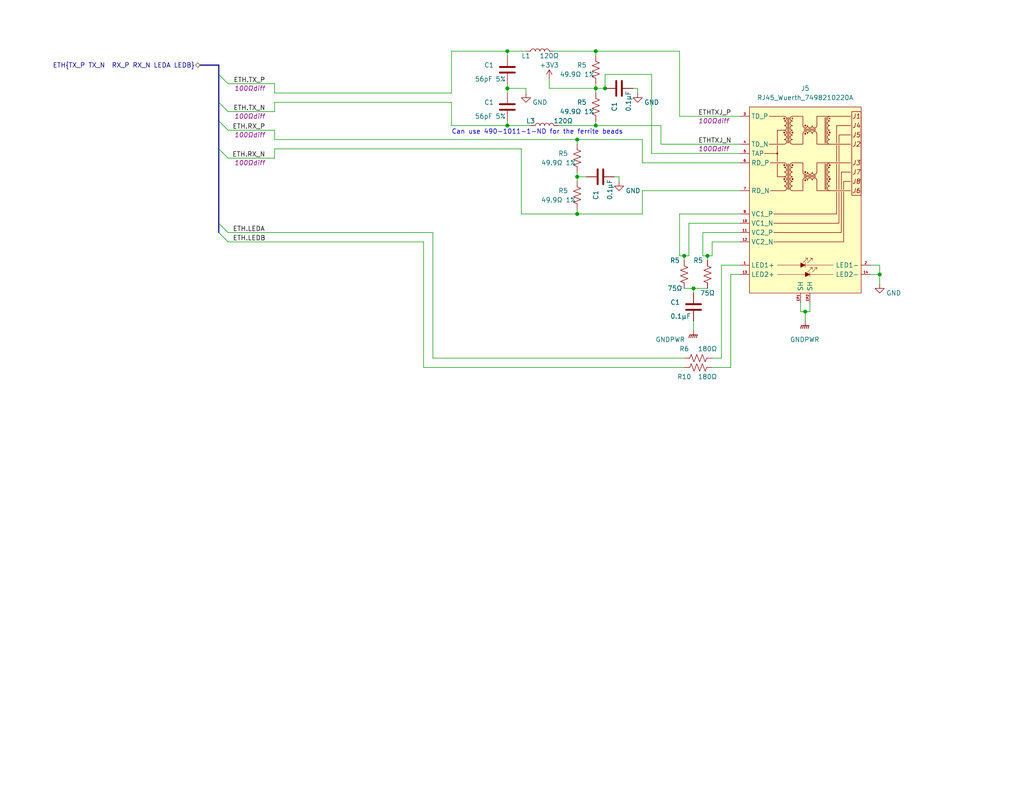
<source format=kicad_sch>
(kicad_sch (version 20230121) (generator eeschema)
  (paper "USLetter")
  (title_block (title "FOXSI-4 Plenum Board") (rev "1") (company "University of Minnesota") (comment 1 "Author: Thanasi Pantazides, panta013@umn.edu"))
  (lib_symbols
    (symbol "Connector:RJ45_Wuerth_7498210220A"
      (property "Reference" "J" (at -13.335 1.5875 0))
      (property "Value" "RJ45_Wuerth_7498210220A" (at 1.905 1.5875 0))
      (symbol "RJ45_Wuerth_7498210220A_0_0"
        (polyline (pts (xy 8.5725 -22.5425) (xy 8.5725 -15.5575)))
        (polyline (pts (xy 8.5725 -14.9225) (xy 8.5725 -10.4775)))
        (polyline (pts (xy 9.2075 -15.5575) (xy 9.2075 -22.5425)))
        (polyline (pts (xy 9.2075 -14.9225) (xy 9.2075 -10.4775)))
        (polyline (pts (xy 9.525 -22.86) (xy 12.3825 -22.86)))
        (polyline (pts (xy 9.525 -15.24) (xy 12.3825 -15.24)))
        (polyline (pts (xy 9.525 -10.16) (xy 12.3825 -10.16)))
        (polyline (pts (xy 9.525 -2.54) (xy 12.3825 -2.54)))
        (polyline (pts (xy -8.5725 -36.83) (xy 10.4775 -36.83) (xy 10.4775 -23.1775)))
        (polyline (pts (xy -8.5725 -34.29) (xy 9.8425 -34.29) (xy 9.8425 -23.1775)))
        (polyline (pts (xy -8.5725 -29.21) (xy 8.5725 -29.21) (xy 8.5725 -23.1775)))
        (polyline (pts (xy 8.5725 -9.8425) (xy 8.5725 -5.08) (xy 12.3825 -5.08)))
        (polyline (pts (xy 9.2075 -23.1775) (xy 9.2075 -31.75) (xy -8.5725 -31.75)))
        (polyline (pts (xy 9.2075 -9.8425) (xy 9.2075 -7.62) (xy 12.3825 -7.62)))
        (polyline (pts (xy 9.8425 -22.5425) (xy 9.8425 -17.78) (xy 12.3825 -17.78)))
        (polyline (pts (xy 12.3825 -20.32) (xy 10.4775 -20.32) (xy 10.4775 -22.5425)))
        (text "J1" (at 13.97 -2.54 0) (effects (font (size 1.27 1.27) italic)))
        (text "J2" (at 13.97 -10.16 0) (effects (font (size 1.27 1.27) italic)))
        (text "J3" (at 13.97 -15.24 0) (effects (font (size 1.27 1.27) italic)))
        (text "J4" (at 13.97 -5.08 0) (effects (font (size 1.27 1.27) italic)))
        (text "J5" (at 13.97 -7.62 0) (effects (font (size 1.27 1.27) italic)))
        (text "J6" (at 13.97 -22.86 0) (effects (font (size 1.27 1.27) italic)))
        (text "J7" (at 13.97 -17.78 0) (effects (font (size 1.27 1.27) italic)))
        (text "J8" (at 13.97 -20.32 0) (effects (font (size 1.27 1.27) italic)))
      )
      (symbol "RJ45_Wuerth_7498210220A_0_1"
        (rectangle (start -15.24 0) (end 15.24 -50.8) (fill (type background)))
        (circle (center -7.62 -12.7) (radius 0.0001) (stroke (width 0.5)) (fill (type outline)))
        (arc (start -5.715 -22.86) (mid -5.266 -22.674) (end -5.08 -22.225))
        (arc (start -5.715 -21.59) (mid -5.266 -21.404) (end -5.08 -20.955))
        (arc (start -5.715 -20.32) (mid -5.266 -20.134) (end -5.08 -19.685))
        (circle (center -5.715 -19.685) (radius 0.0001) (stroke (width 0.5)) (fill (type outline)))
        (arc (start -5.715 -19.05) (mid -5.266 -18.864) (end -5.08 -18.415))
        (arc (start -5.715 -17.78) (mid -5.266 -17.594) (end -5.08 -17.145))
        (arc (start -5.715 -16.51) (mid -5.266 -16.324) (end -5.08 -15.875))
        (circle (center -5.715 -15.875) (radius 0.0001) (stroke (width 0.5)) (fill (type outline)))
        (arc (start -5.715 -10.16) (mid -5.266 -9.974) (end -5.08 -9.525))
        (arc (start -5.715 -8.89) (mid -5.266 -8.704) (end -5.08 -8.255))
        (arc (start -5.715 -7.62) (mid -5.266 -7.434) (end -5.08 -6.985))
        (circle (center -5.715 -6.985) (radius 0.0001) (stroke (width 0.5)) (fill (type outline)))
        (arc (start -5.715 -6.35) (mid -5.266 -6.164) (end -5.08 -5.715))
        (arc (start -5.715 -5.08) (mid -5.266 -4.894) (end -5.08 -4.445))
        (arc (start -5.715 -3.81) (mid -5.266 -3.624) (end -5.08 -3.175))
        (circle (center -5.715 -3.175) (radius 0.0001) (stroke (width 0.5)) (fill (type outline)))
        (arc (start -5.08 -22.225) (mid -5.266 -21.776) (end -5.715 -21.59))
        (arc (start -5.08 -20.955) (mid -5.266 -20.506) (end -5.715 -20.32))
        (arc (start -5.08 -19.685) (mid -5.266 -19.236) (end -5.715 -19.05))
        (arc (start -5.08 -18.415) (mid -5.266 -17.966) (end -5.715 -17.78))
        (arc (start -5.08 -17.145) (mid -5.266 -16.696) (end -5.715 -16.51))
        (arc (start -5.08 -15.875) (mid -5.266 -15.426) (end -5.715 -15.24))
        (arc (start -5.08 -9.525) (mid -5.266 -9.076) (end -5.715 -8.89))
        (arc (start -5.08 -8.255) (mid -5.266 -7.806) (end -5.715 -7.62))
        (arc (start -5.08 -6.985) (mid -5.266 -6.536) (end -5.715 -6.35))
        (arc (start -5.08 -5.715) (mid -5.266 -5.266) (end -5.715 -5.08))
        (arc (start -5.08 -4.445) (mid -5.266 -3.996) (end -5.715 -3.81))
        (arc (start -5.08 -3.175) (mid -5.266 -2.726) (end -5.715 -2.54))
        (arc (start -4.1275 -22.225) (mid -3.9415 -22.674) (end -3.4925 -22.86))
        (arc (start -4.1275 -20.955) (mid -3.9415 -21.404) (end -3.4925 -21.59))
        (arc (start -4.1275 -19.685) (mid -3.9415 -20.134) (end -3.4925 -20.32))
        (arc (start -4.1275 -18.415) (mid -3.9415 -18.864) (end -3.4925 -19.05))
        (arc (start -4.1275 -17.145) (mid -3.9415 -17.594) (end -3.4925 -17.78))
        (arc (start -4.1275 -15.875) (mid -3.9415 -16.324) (end -3.4925 -16.51))
        (arc (start -4.1275 -9.525) (mid -3.9415 -9.974) (end -3.4925 -10.16))
        (arc (start -4.1275 -8.255) (mid -3.9415 -8.704) (end -3.4925 -8.89))
        (arc (start -4.1275 -6.985) (mid -3.9415 -7.434) (end -3.4925 -7.62))
        (arc (start -4.1275 -5.715) (mid -3.9415 -6.164) (end -3.4925 -6.35))
        (arc (start -4.1275 -4.445) (mid -3.9415 -4.894) (end -3.4925 -5.08))
        (arc (start -4.1275 -3.175) (mid -3.9415 -3.624) (end -3.4925 -3.81))
        (arc (start -3.4925 -21.59) (mid -3.9415 -21.776) (end -4.1275 -22.225))
        (arc (start -3.4925 -20.32) (mid -3.9415 -20.506) (end -4.1275 -20.955))
        (circle (center -3.4925 -19.685) (radius 0.0001) (stroke (width 0.5)) (fill (type outline)))
        (arc (start -3.4925 -19.05) (mid -3.9415 -19.236) (end -4.1275 -19.685))
        (arc (start -3.4925 -17.78) (mid -3.9415 -17.966) (end -4.1275 -18.415))
        (arc (start -3.4925 -16.51) (mid -3.9415 -16.696) (end -4.1275 -17.145))
        (circle (center -3.4925 -15.875) (radius 0.0001) (stroke (width 0.5)) (fill (type outline)))
        (arc (start -3.4925 -15.24) (mid -3.9409 -15.4266) (end -4.1275 -15.875))
        (arc (start -3.4925 -8.89) (mid -3.9415 -9.076) (end -4.1275 -9.525))
        (arc (start -3.4925 -7.62) (mid -3.9415 -7.806) (end -4.1275 -8.255))
        (circle (center -3.4925 -6.985) (radius 0.0001) (stroke (width 0.5)) (fill (type outline)))
        (arc (start -3.4925 -6.35) (mid -3.9415 -6.536) (end -4.1275 -6.985))
        (arc (start -3.4925 -5.08) (mid -3.9415 -5.266) (end -4.1275 -5.715))
        (arc (start -3.4925 -3.81) (mid -3.9415 -3.996) (end -4.1275 -4.445))
        (circle (center -3.4925 -3.175) (radius 0.0001) (stroke (width 0.5)) (fill (type outline)))
        (arc (start -3.4925 -2.54) (mid -3.9415 -2.726) (end -4.1275 -3.175))
        (arc (start -0.635 -17.78) (mid -0.449 -18.229) (end 0 -18.415))
        (arc (start -0.635 -5.08) (mid -0.449 -5.529) (end 0 -5.715))
        (circle (center 0 -20.0025) (radius 0.0001) (stroke (width 0.5)) (fill (type outline)))
        (arc (start 0 -19.3674) (mid -0.449 -19.5534) (end -0.635 -20.0024))
        (arc (start 0 -18.415) (mid 0.449 -18.229) (end 0.635 -17.78))
        (circle (center 0 -17.78) (radius 0.0001) (stroke (width 0.5)) (fill (type outline)))
        (circle (center 0 -7.3025) (radius 0.0001) (stroke (width 0.5)) (fill (type outline)))
        (arc (start 0 -6.6674) (mid -0.449 -6.8534) (end -0.635 -7.3024))
        (arc (start 0 -5.715) (mid 0.449 -5.529) (end 0.635 -5.08))
        (circle (center 0 -5.08) (radius 0.0001) (stroke (width 0.5)) (fill (type outline)))
        (polyline (pts (xy -7.62 -45.72) (xy 7.62 -45.72)) (stroke (width 0.1)))
        (polyline (pts (xy -7.62 -43.18) (xy 7.62 -43.18)) (stroke (width 0.1)))
        (polyline (pts (xy -7.62 -12.7) (xy -11.1125 -12.7)))
        (polyline (pts (xy -7.62 -10.4775) (xy -7.62 -14.9225)))
        (polyline (pts (xy -5.715 -22.86) (xy -9.525 -22.86)))
        (polyline (pts (xy -5.715 -15.24) (xy -9.525 -15.24)))
        (polyline (pts (xy -5.715 -10.16) (xy -9.8425 -10.16)))
        (polyline (pts (xy -5.715 -2.54) (xy -9.8425 -2.54)))
        (polyline (pts (xy -4.7625 -15.5575) (xy -4.7625 -22.5425)))
        (polyline (pts (xy -4.7625 -2.8575) (xy -4.7625 -9.8425)))
        (polyline (pts (xy -4.445 -15.5575) (xy -4.445 -22.5425)))
        (polyline (pts (xy -4.445 -2.8575) (xy -4.445 -9.8425)))
        (polyline (pts (xy -0.635 -42.545) (xy 0.635 -41.275)) (stroke (width 0.1)))
        (polyline (pts (xy -0.3175 -19.05) (xy 2.8575 -19.05)))
        (polyline (pts (xy -0.3175 -18.7325) (xy 2.8575 -18.7325)))
        (polyline (pts (xy -0.3175 -6.35) (xy 2.8575 -6.35)))
        (polyline (pts (xy -0.3175 -6.0325) (xy 2.8575 -6.0325)))
        (polyline (pts (xy 0 -42.545) (xy 0 -43.815)) (stroke (width 0.1)))
        (polyline (pts (xy 0.635 -45.085) (xy 1.905 -43.815)) (stroke (width 0.1)))
        (polyline (pts (xy 0.635 -42.545) (xy 1.905 -41.275)) (stroke (width 0.1)))
        (polyline (pts (xy 0.635 -41.275) (xy 0 -41.275)) (stroke (width 0.1)))
        (polyline (pts (xy 0.635 -41.275) (xy 0.635 -41.91)) (stroke (width 0.1)))
        (polyline (pts (xy 1.27 -45.085) (xy 1.27 -46.355)) (stroke (width 0.1)))
        (polyline (pts (xy 1.905 -45.085) (xy 3.175 -43.815)) (stroke (width 0.1)))
        (polyline (pts (xy 1.905 -43.815) (xy 1.27 -43.815)) (stroke (width 0.1)))
        (polyline (pts (xy 1.905 -43.815) (xy 1.905 -44.45)) (stroke (width 0.1)))
        (polyline (pts (xy 1.905 -41.275) (xy 1.27 -41.275)) (stroke (width 0.1)))
        (polyline (pts (xy 1.905 -41.275) (xy 1.905 -41.91)) (stroke (width 0.1)))
        (polyline (pts (xy 3.175 -43.815) (xy 2.54 -43.815)) (stroke (width 0.1)))
        (polyline (pts (xy 3.175 -43.815) (xy 3.175 -44.45)) (stroke (width 0.1)))
        (polyline (pts (xy 5.3975 -15.5575) (xy 5.3975 -22.5425)))
        (polyline (pts (xy 5.3975 -2.8575) (xy 5.3975 -9.8425)))
        (polyline (pts (xy 5.715 -15.5575) (xy 5.715 -22.5425)))
        (polyline (pts (xy 5.715 -2.8575) (xy 5.715 -9.8425)))
        (polyline (pts (xy -5.588 -19.05) (xy -7.62 -19.05) (xy -7.62 -15.5575)))
        (polyline (pts (xy -5.588 -6.35) (xy -7.62 -6.35) (xy -7.62 -9.906)))
        (polyline (pts (xy -3.4925 -15.24) (xy -0.635 -15.24) (xy -0.635 -17.78)))
        (polyline (pts (xy -3.4925 -2.54) (xy -0.635 -2.54) (xy -0.635 -5.08)))
        (polyline (pts (xy -0.635 -20.0025) (xy -0.635 -22.86) (xy -3.4925 -22.86)))
        (polyline (pts (xy -0.635 -7.3025) (xy -0.635 -10.16) (xy -3.4925 -10.16)))
        (polyline (pts (xy 3.175 -20.0025) (xy 3.175 -22.86) (xy 9.525 -22.86)))
        (polyline (pts (xy 3.175 -17.78) (xy 3.175 -15.24) (xy 9.525 -15.24)))
        (polyline (pts (xy 3.175 -7.3025) (xy 3.175 -10.16) (xy 9.525 -10.16)))
        (polyline (pts (xy 3.175 -5.08) (xy 3.175 -2.54) (xy 9.525 -2.54)))
        (polyline (pts (xy -1.27 -42.545) (xy -1.27 -43.815) (xy 0 -43.18) (xy -1.27 -42.545)) (stroke (width 0.1)) (fill (type outline)))
        (polyline (pts (xy 0 -45.085) (xy 0 -46.355) (xy 1.27 -45.72) (xy 0 -45.085)) (stroke (width 0.1)) (fill (type outline)))
        (arc (start 0.635 -20.0024) (mid 0.449 -19.5534) (end 0 -19.3674))
        (arc (start 0.635 -17.78) (mid 0.821 -18.229) (end 1.27 -18.415))
        (arc (start 0.635 -7.3024) (mid 0.449 -6.8534) (end 0 -6.6674))
        (arc (start 0.635 -5.08) (mid 0.821 -5.529) (end 1.27 -5.715))
        (arc (start 1.27 -19.3674) (mid 0.821 -19.5534) (end 0.635 -20.0024))
        (arc (start 1.27 -18.415) (mid 1.719 -18.229) (end 1.905 -17.78))
        (arc (start 1.27 -6.6674) (mid 0.821 -6.8534) (end 0.635 -7.3024))
        (arc (start 1.27 -5.715) (mid 1.719 -5.529) (end 1.905 -5.08))
        (arc (start 1.905 -20.0024) (mid 1.719 -19.5534) (end 1.27 -19.3674))
        (arc (start 1.905 -17.78) (mid 2.091 -18.229) (end 2.54 -18.415))
        (arc (start 1.905 -7.3024) (mid 1.719 -6.8534) (end 1.27 -6.6674))
        (arc (start 1.905 -5.08) (mid 2.091 -5.529) (end 2.54 -5.715))
        (arc (start 2.54 -19.3674) (mid 2.091 -19.5534) (end 1.905 -20.0024))
        (arc (start 2.54 -18.415) (mid 2.989 -18.229) (end 3.175 -17.78))
        (arc (start 2.54 -6.6674) (mid 2.091 -6.8534) (end 1.905 -7.3024))
        (arc (start 2.54 -5.715) (mid 2.989 -5.529) (end 3.175 -5.08))
        (arc (start 3.175 -20.0024) (mid 2.989 -19.5534) (end 2.54 -19.3674))
        (arc (start 3.175 -7.3024) (mid 2.989 -6.8534) (end 2.54 -6.6674))
        (arc (start 6.0325 -22.225) (mid 6.2185 -22.674) (end 6.6675 -22.86))
        (arc (start 6.0325 -20.955) (mid 6.2185 -21.404) (end 6.6675 -21.59))
        (arc (start 6.0325 -19.685) (mid 6.2185 -20.134) (end 6.6675 -20.32))
        (arc (start 6.0325 -18.415) (mid 6.2185 -18.864) (end 6.6675 -19.05))
        (arc (start 6.0325 -17.145) (mid 6.2185 -17.594) (end 6.6675 -17.78))
        (arc (start 6.0325 -15.875) (mid 6.2185 -16.324) (end 6.6675 -16.51))
        (arc (start 6.0325 -9.525) (mid 6.2185 -9.974) (end 6.6675 -10.16))
        (arc (start 6.0325 -8.255) (mid 6.2185 -8.704) (end 6.6675 -8.89))
        (arc (start 6.0325 -6.985) (mid 6.2185 -7.434) (end 6.6675 -7.62))
        (arc (start 6.0325 -5.715) (mid 6.2185 -6.164) (end 6.6675 -6.35))
        (arc (start 6.0325 -4.445) (mid 6.2185 -4.894) (end 6.6675 -5.08))
        (arc (start 6.0325 -3.175) (mid 6.2185 -3.624) (end 6.6675 -3.81))
        (arc (start 6.6675 -21.59) (mid 6.2185 -21.776) (end 6.0325 -22.225))
        (arc (start 6.6675 -20.32) (mid 6.2185 -20.506) (end 6.0325 -20.955))
        (circle (center 6.6675 -19.685) (radius 0.0001) (stroke (width 0.5)) (fill (type outline)))
        (arc (start 6.6675 -19.05) (mid 6.2185 -19.236) (end 6.0325 -19.685))
        (arc (start 6.6675 -17.78) (mid 6.2185 -17.966) (end 6.0325 -18.415))
        (arc (start 6.6675 -16.51) (mid 6.2185 -16.696) (end 6.0325 -17.145))
        (circle (center 6.6675 -15.875) (radius 0.0001) (stroke (width 0.5)) (fill (type outline)))
        (arc (start 6.6675 -15.24) (mid 6.2185 -15.426) (end 6.0325 -15.875))
        (arc (start 6.6675 -8.89) (mid 6.2185 -9.076) (end 6.0325 -9.525))
        (arc (start 6.6675 -7.62) (mid 6.2185 -7.806) (end 6.0325 -8.255))
        (circle (center 6.6675 -6.985) (radius 0.0001) (stroke (width 0.5)) (fill (type outline)))
        (arc (start 6.6675 -6.35) (mid 6.2185 -6.536) (end 6.0325 -6.985))
        (arc (start 6.6675 -5.08) (mid 6.2185 -5.266) (end 6.0325 -5.715))
        (arc (start 6.6675 -3.81) (mid 6.2185 -3.996) (end 6.0325 -4.445))
        (circle (center 6.6675 -3.175) (radius 0.0001) (stroke (width 0.5)) (fill (type outline)))
        (arc (start 6.6675 -2.54) (mid 6.2185 -2.726) (end 6.0325 -3.175))
        (rectangle (start 15.24 -1.27) (end 12.7 -24.13))
      )
      (symbol "RJ45_Wuerth_7498210220A_1_1"
        (pin power_in line (at -17.78 -43.18 0) (length 2.54) (name "LED1+") (number "1"))
        (pin passive line (at -17.78 -31.75 0) (length 2.54) (name "VC1_N") (number "10"))
        (pin passive line (at -17.78 -34.29 0) (length 2.54) (name "VC2_P") (number "11"))
        (pin passive line (at -17.78 -36.83 0) (length 2.54) (name "VC2_N") (number "12"))
        (pin power_in line (at -17.78 -45.72 0) (length 2.54) (name "LED2+") (number "13"))
        (pin passive line (at 17.78 -45.72 180) (length 2.54) (name "LED2-") (number "14"))
        (pin passive line (at 17.78 -43.18 180) (length 2.54) (name "LED1-") (number "2"))
        (pin input line (at -17.78 -2.54 0) (length 2.54) (name "TD_P") (number "3"))
        (pin input line (at -17.78 -10.16 0) (length 2.54) (name "TD_N") (number "4"))
        (pin passive line (at -17.78 -12.7 0) (length 2.54) (name "TAP") (number "5"))
        (pin output line (at -17.78 -15.24 0) (length 2.54) (name "RD_P") (number "6"))
        (pin output line (at -17.78 -22.86 0) (length 2.54) (name "RD_N") (number "7"))
        (pin passive line (at -17.78 -29.21 0) (length 2.54) (name "VC1_P") (number "9"))
        (pin passive line (at -1.27 -53.34 90) (length 2.54) (name "SH") (number "EP1"))
        (pin passive line (at 1.27 -53.34 90) (length 2.54) (name "SH") (number "EP2"))
      )
    )
    (symbol "Device:C" (pin_numbers hide) (pin_names (offset 0.254))
      (property "Reference" "C" (at 0.635 2.54 0))
      (property "Value" "C" (at 0.635 -2.54 0))
      (symbol "C_0_1"
        (polyline (pts (xy -2.032 -0.762) (xy 2.032 -0.762)) (stroke (width 0.508)))
        (polyline (pts (xy -2.032 0.762) (xy 2.032 0.762)) (stroke (width 0.508)))
      )
      (symbol "C_1_1"
        (pin passive line (at 0 3.81 270) (length 2.794) (name "~") (number "1"))
        (pin passive line (at 0 -3.81 90) (length 2.794) (name "~") (number "2"))
      )
    )
    (symbol "Device:L" (pin_numbers hide) (pin_names (offset 1.016) hide)
      (property "Reference" "L" (at -1.27 0 90))
      (property "Value" "L" (at 1.905 0 90))
      (symbol "L_0_1"
        (arc (start 0 -2.54) (mid 0.6323 -1.905) (end 0 -1.27))
        (arc (start 0 -1.27) (mid 0.6323 -0.635) (end 0 0))
        (arc (start 0 0) (mid 0.6323 0.635) (end 0 1.27))
        (arc (start 0 1.27) (mid 0.6323 1.905) (end 0 2.54))
      )
      (symbol "L_1_1"
        (pin passive line (at 0 3.81 270) (length 1.27) (name "1") (number "1"))
        (pin passive line (at 0 -3.81 90) (length 1.27) (name "2") (number "2"))
      )
    )
    (symbol "Device:R_US" (pin_numbers hide) (pin_names (offset 0))
      (property "Reference" "R" (at 2.54 0 90))
      (property "Value" "R_US" (at -2.54 0 90))
      (symbol "R_US_0_1"
        (polyline (pts (xy 0 -2.286) (xy 0 -2.54)))
        (polyline (pts (xy 0 2.286) (xy 0 2.54)))
        (polyline (pts (xy 0 -0.762) (xy 1.016 -1.143) (xy 0 -1.524) (xy -1.016 -1.905) (xy 0 -2.286)))
        (polyline (pts (xy 0 0.762) (xy 1.016 0.381) (xy 0 0) (xy -1.016 -0.381) (xy 0 -0.762)))
        (polyline (pts (xy 0 2.286) (xy 1.016 1.905) (xy 0 1.524) (xy -1.016 1.143) (xy 0 0.762)))
      )
      (symbol "R_US_1_1"
        (pin passive line (at 0 3.81 270) (length 1.27) (name "~") (number "1"))
        (pin passive line (at 0 -3.81 90) (length 1.27) (name "~") (number "2"))
      )
    )
    (symbol "power:+3V3" (power) (pin_names (offset 0))
      (property "Value" "+3V3" (at 0 3.556 0))
      (symbol "+3V3_0_1"
        (polyline (pts (xy -0.762 1.27) (xy 0 2.54)))
        (polyline (pts (xy 0 0) (xy 0 2.54)))
        (polyline (pts (xy 0 2.54) (xy 0.762 1.27)))
      )
      (symbol "+3V3_1_1"
        (pin power_in line (at 0 0 90) (length 0) hide (name "+3V3") (number "1"))
      )
    )
    (symbol "power:GND" (power) (pin_names (offset 0))
      (property "Value" "GND" (at 0 -3.81 0))
      (symbol "GND_0_1"
        (polyline (pts (xy 0 0) (xy 0 -1.27) (xy 1.27 -1.27) (xy 0 -2.54) (xy -1.27 -1.27) (xy 0 -1.27)))
      )
      (symbol "GND_1_1"
        (pin power_in line (at 0 0 270) (length 0) hide (name "GND") (number "1"))
      )
    )
    (symbol "power:GNDPWR" (power) (pin_names (offset 0))
      (property "Value" "GNDPWR" (at 0 -3.302 0))
      (symbol "GNDPWR_0_1"
        (polyline (pts (xy 0 -1.27) (xy 0 0)))
        (polyline (pts (xy -1.016 -1.27) (xy -1.27 -2.032) (xy -1.27 -2.032)) (stroke (width 0.2032)))
        (polyline (pts (xy -0.508 -1.27) (xy -0.762 -2.032) (xy -0.762 -2.032)) (stroke (width 0.2032)))
        (polyline (pts (xy 0 -1.27) (xy -0.254 -2.032) (xy -0.254 -2.032)) (stroke (width 0.2032)))
        (polyline (pts (xy 0.508 -1.27) (xy 0.254 -2.032) (xy 0.254 -2.032)) (stroke (width 0.2032)))
        (polyline (pts (xy 1.016 -1.27) (xy -1.016 -1.27) (xy -1.016 -1.27)) (stroke (width 0.2032)))
        (polyline (pts (xy 1.016 -1.27) (xy 0.762 -2.032) (xy 0.762 -2.032) (xy 0.762 -2.032)) (stroke (width 0.2032)))
      )
      (symbol "GNDPWR_1_1"
        (pin power_in line (at 0 0 270) (length 0) hide (name "GNDPWR") (number "1"))
      )
    )
  )
  (junction (at 186.69 69.85))
  (junction (at 138.43 34.29))
  (junction (at 162.56 13.97))
  (junction (at 138.43 24.13))
  (junction (at 138.43 13.97))
  (junction (at 162.56 34.29))
  (junction (at 157.48 58.42))
  (junction (at 189.23 78.74))
  (junction (at 193.04 69.85))
  (junction (at 157.48 48.26))
  (junction (at 165.1 24.13))
  (junction (at 219.71 85.09))
  (junction (at 157.48 38.1))
  (junction (at 240.03 74.93))
  (junction (at 162.56 24.13))
  (bus_entry (at 59.69 63.5) (size 2.54 2.54))
  (bus_entry (at 59.69 60.96) (size 2.54 2.54))
  (bus_entry (at 59.69 20.32) (size 2.54 2.54))
  (bus_entry (at 59.69 27.94) (size 2.54 2.54))
  (bus_entry (at 59.69 40.64) (size 2.54 2.54))
  (bus_entry (at 59.69 33.02) (size 2.54 2.54))
  (wire (pts (xy 201.93 41.91) (xy 177.8 41.91)))
  (wire (pts (xy 162.56 33.02) (xy 162.56 34.29)))
  (wire (pts (xy 189.23 78.74) (xy 186.69 78.74)))
  (wire (pts (xy 220.98 85.09) (xy 220.98 82.55)))
  (wire (pts (xy 240.03 72.39) (xy 240.03 74.93)))
  (wire (pts (xy 157.48 38.1) (xy 157.48 39.37)))
  (wire (pts (xy 237.49 72.39) (xy 240.03 72.39)))
  (wire (pts (xy 62.23 35.56) (xy 74.93 35.56)))
  (wire (pts (xy 196.85 97.79) (xy 196.85 72.39)))
  (wire (pts (xy 167.64 48.26) (xy 168.91 48.26)))
  (bus (pts (xy 59.69 27.94) (xy 59.69 33.02)))
  (wire (pts (xy 193.04 69.85) (xy 194.31 69.85)))
  (wire (pts (xy 74.93 22.86) (xy 74.93 25.4)))
  (wire (pts (xy 138.43 13.97) (xy 138.43 15.24)))
  (wire (pts (xy 138.43 13.97) (xy 143.51 13.97)))
  (wire (pts (xy 157.48 38.1) (xy 74.93 38.1)))
  (wire (pts (xy 189.23 78.74) (xy 189.23 80.01)))
  (wire (pts (xy 123.19 27.94) (xy 74.93 27.94)))
  (wire (pts (xy 194.31 100.33) (xy 199.39 100.33)))
  (wire (pts (xy 142.24 58.42) (xy 142.24 40.64)))
  (wire (pts (xy 201.93 52.07) (xy 175.26 52.07)))
  (wire (pts (xy 218.44 82.55) (xy 218.44 85.09)))
  (wire (pts (xy 74.93 25.4) (xy 123.19 25.4)))
  (wire (pts (xy 175.26 44.45) (xy 175.26 38.1)))
  (wire (pts (xy 187.96 60.96) (xy 187.96 69.85)))
  (bus (pts (xy 54.61 17.78) (xy 59.69 17.78)))
  (wire (pts (xy 118.11 97.79) (xy 118.11 63.5)))
  (wire (pts (xy 138.43 22.86) (xy 138.43 24.13)))
  (wire (pts (xy 185.42 13.97) (xy 162.56 13.97)))
  (wire (pts (xy 138.43 34.29) (xy 144.78 34.29)))
  (wire (pts (xy 201.93 60.96) (xy 187.96 60.96)))
  (wire (pts (xy 118.11 97.79) (xy 186.69 97.79)))
  (wire (pts (xy 185.42 31.75) (xy 185.42 13.97)))
  (wire (pts (xy 175.26 38.1) (xy 157.48 38.1)))
  (bus (pts (xy 59.69 60.96) (xy 59.69 63.5)))
  (wire (pts (xy 219.71 85.09) (xy 220.98 85.09)))
  (wire (pts (xy 123.19 34.29) (xy 123.19 27.94)))
  (wire (pts (xy 240.03 74.93) (xy 240.03 77.47)))
  (wire (pts (xy 149.86 21.59) (xy 149.86 24.13)))
  (bus (pts (xy 59.69 20.32) (xy 59.69 27.94)))
  (wire (pts (xy 189.23 90.17) (xy 189.23 87.63)))
  (wire (pts (xy 165.1 20.32) (xy 177.8 20.32)))
  (wire (pts (xy 152.4 34.29) (xy 162.56 34.29)))
  (wire (pts (xy 143.51 24.13) (xy 143.51 25.4)))
  (wire (pts (xy 123.19 25.4) (xy 123.19 13.97)))
  (wire (pts (xy 189.23 78.74) (xy 193.04 78.74)))
  (wire (pts (xy 201.93 63.5) (xy 191.77 63.5)))
  (wire (pts (xy 162.56 22.86) (xy 162.56 24.13)))
  (wire (pts (xy 168.91 48.26) (xy 168.91 49.53)))
  (wire (pts (xy 196.85 72.39) (xy 201.93 72.39)))
  (wire (pts (xy 173.99 24.13) (xy 172.72 24.13)))
  (wire (pts (xy 186.69 69.85) (xy 185.42 69.85)))
  (wire (pts (xy 237.49 74.93) (xy 240.03 74.93)))
  (bus (pts (xy 59.69 17.78) (xy 59.69 20.32)))
  (wire (pts (xy 62.23 43.18) (xy 74.93 43.18)))
  (wire (pts (xy 162.56 24.13) (xy 165.1 24.13)))
  (wire (pts (xy 191.77 63.5) (xy 191.77 69.85)))
  (wire (pts (xy 194.31 97.79) (xy 196.85 97.79)))
  (wire (pts (xy 157.48 48.26) (xy 157.48 49.53)))
  (wire (pts (xy 191.77 69.85) (xy 193.04 69.85)))
  (wire (pts (xy 185.42 69.85) (xy 185.42 58.42)))
  (wire (pts (xy 185.42 58.42) (xy 201.93 58.42)))
  (wire (pts (xy 173.99 24.13) (xy 173.99 25.4)))
  (wire (pts (xy 157.48 58.42) (xy 157.48 57.15)))
  (wire (pts (xy 62.23 66.04) (xy 115.57 66.04)))
  (wire (pts (xy 138.43 24.13) (xy 138.43 25.4)))
  (wire (pts (xy 194.31 66.04) (xy 201.93 66.04)))
  (wire (pts (xy 162.56 24.13) (xy 162.56 25.4)))
  (wire (pts (xy 175.26 58.42) (xy 157.48 58.42)))
  (wire (pts (xy 142.24 40.64) (xy 74.93 40.64)))
  (wire (pts (xy 157.48 58.42) (xy 142.24 58.42)))
  (wire (pts (xy 74.93 27.94) (xy 74.93 30.48)))
  (wire (pts (xy 187.96 69.85) (xy 186.69 69.85)))
  (wire (pts (xy 74.93 40.64) (xy 74.93 43.18)))
  (wire (pts (xy 177.8 41.91) (xy 177.8 20.32)))
  (wire (pts (xy 193.04 69.85) (xy 193.04 71.12)))
  (wire (pts (xy 74.93 38.1) (xy 74.93 35.56)))
  (wire (pts (xy 115.57 66.04) (xy 115.57 100.33)))
  (wire (pts (xy 194.31 69.85) (xy 194.31 66.04)))
  (wire (pts (xy 199.39 74.93) (xy 201.93 74.93)))
  (wire (pts (xy 201.93 31.75) (xy 185.42 31.75)))
  (wire (pts (xy 62.23 30.48) (xy 74.93 30.48)))
  (wire (pts (xy 162.56 34.29) (xy 180.34 34.29)))
  (wire (pts (xy 138.43 24.13) (xy 143.51 24.13)))
  (wire (pts (xy 160.02 48.26) (xy 157.48 48.26)))
  (wire (pts (xy 199.39 100.33) (xy 199.39 74.93)))
  (wire (pts (xy 157.48 46.99) (xy 157.48 48.26)))
  (wire (pts (xy 180.34 39.37) (xy 201.93 39.37)))
  (wire (pts (xy 219.71 85.09) (xy 219.71 87.63)))
  (wire (pts (xy 186.69 69.85) (xy 186.69 71.12)))
  (wire (pts (xy 162.56 13.97) (xy 162.56 15.24)))
  (wire (pts (xy 62.23 22.86) (xy 74.93 22.86)))
  (wire (pts (xy 138.43 34.29) (xy 123.19 34.29)))
  (wire (pts (xy 201.93 44.45) (xy 175.26 44.45)))
  (bus (pts (xy 59.69 33.02) (xy 59.69 40.64)))
  (wire (pts (xy 175.26 52.07) (xy 175.26 58.42)))
  (wire (pts (xy 165.1 20.32) (xy 165.1 24.13)))
  (wire (pts (xy 138.43 33.02) (xy 138.43 34.29)))
  (wire (pts (xy 151.13 13.97) (xy 162.56 13.97)))
  (wire (pts (xy 62.23 63.5) (xy 118.11 63.5)))
  (bus (pts (xy 59.69 40.64) (xy 59.69 60.96)))
  (wire (pts (xy 180.34 34.29) (xy 180.34 39.37)))
  (wire (pts (xy 115.57 100.33) (xy 186.69 100.33)))
  (wire (pts (xy 218.44 85.09) (xy 219.71 85.09)))
  (wire (pts (xy 123.19 13.97) (xy 138.43 13.97)))
  (wire (pts (xy 162.56 24.13) (xy 149.86 24.13)))
  (text "Can use 490-1011-1-ND for the ferrite beads" (at 123.19 36.83 0) (effects (font (size 1.27 1.27)) (justify left bottom)))
  (label "ETH.RX_P" (at 72.39 35.56 180) (property "Netclass" "100Ωdiff" (at 72.39 36.83 0) (effects (font italic) (justify right))))
  (label "ETH.LEDA" (at 63.5 63.5 0))
  (label "ETH.LEDB" (at 63.5 66.04 0))
  (label "ETH.TX_N" (at 72.39 30.48 180) (property "Netclass" "100Ωdiff" (at 72.39 31.75 0) (effects (font italic) (justify right))))
  (label "ETHTXJ_P" (at 190.5 31.75 0) (property "Netclass" "100Ωdiff" (at 190.5 33.02 0) (effects (font italic) (justify left))))
  (label "ETH.TX_P" (at 72.39 22.86 180) (property "Netclass" "100Ωdiff" (at 72.39 24.13 0) (effects (font italic) (justify right))))
  (label "ETHTXJ_N" (at 190.5 39.37 0) (property "Netclass" "100Ωdiff" (at 190.5 40.64 0) (effects (font italic) (justify left))))
  (label "ETH.RX_N" (at 72.39 43.18 180) (property "Netclass" "100Ωdiff" (at 72.39 44.45 0) (effects (font italic) (justify right))))
  (hierarchical_label "ETH{TX_P TX_N  RX_P RX_N LEDA LEDB}" (shape bidirectional) (at 54.61 17.78 180))
  (symbol (lib_id "power:GND") (at 143.51 25.4 0) (unit 1)
    (property "Reference" "#PWR017" (effects hide))
    (property "Value" "GND" (at 147.32 27.94 0))
  )
  (symbol (lib_id "power:GNDPWR") (at 189.23 90.17 0) (unit 1)
    (property "Reference" "#PWR014" (effects hide))
    (property "Value" "GNDPWR" (at 182.88 92.71 0))
  )
  (symbol (lib_id "Device:R_US") (at 157.48 43.18 180) (unit 1)
    (property "Reference" "R5" (at 153.67 41.91 0))
    (property "Value" "49.9Ω 1%" (at 152.4 44.45 0))
    (property "Footprint" "Resistor_SMD:R_0603_1608Metric" (effects hide))
    (instances (project "plenum" (path "" (reference "R5") (unit 1)) (path "" (reference "R12") (unit 1))))
  )
  (symbol (lib_id "power:GND") (at 168.91 49.53 0) (unit 1)
    (property "Reference" "#PWR015" (effects hide))
    (property "Value" "GND" (at 172.72 52.07 0))
  )
  (symbol (lib_id "Device:L") (at 148.59 34.29 90) (unit 1)
    (property "Reference" "L3" (at 144.78 33.02 90))
    (property "Value" "120Ω" (at 153.67 33.02 90))
    (property "Footprint" "Resistor_SMD:R_0603_1608Metric" (effects hide))
    (property "Digikey" "490-1011-1-ND" (effects hide))
  )
  (symbol (lib_id "Device:C") (at 138.43 19.05 0) (unit 1)
    (property "Reference" "C1" (at 132.08 17.78 0) (effects (justify left)))
    (property "Value" "56pF 5%" (at 129.54 21.59 0) (effects (justify left)))
    (property "Footprint" "Capacitor_SMD:C_0603_1608Metric" (effects hide))
    (instances (project "plenum" (path "" (reference "C1") (unit 1)) (path "" (reference "C52") (unit 1))))
  )
  (symbol (lib_id "power:GND") (at 240.03 77.47 0) (unit 1)
    (property "Reference" "#PWR09" (effects hide))
    (property "Value" "GND" (at 243.84 80.01 0))
  )
  (symbol (lib_id "power:+3V3") (at 149.86 21.59 0) (unit 1)
    (property "Reference" "#PWR018" (effects hide))
    (property "Value" "+3V3" (at 149.86 17.78 0))
  )
  (symbol (lib_id "power:GND") (at 173.99 25.4 0) (unit 1)
    (property "Reference" "#PWR016" (effects hide))
    (property "Value" "GND" (at 177.8 27.94 0))
  )
  (symbol (lib_id "Device:R_US") (at 157.48 53.34 180) (unit 1)
    (property "Reference" "R5" (at 153.67 52.07 0))
    (property "Value" "49.9Ω 1%" (at 152.4 54.61 0))
    (property "Footprint" "Resistor_SMD:R_0603_1608Metric" (effects hide))
    (instances (project "plenum" (path "" (reference "R5") (unit 1)) (path "" (reference "R13") (unit 1))))
  )
  (symbol (lib_id "Device:C") (at 189.23 83.82 0) (unit 1)
    (property "Reference" "C1" (at 182.88 82.55 0) (effects (justify left)))
    (property "Value" "0.1µF" (at 182.88 86.36 0) (effects (justify left)))
    (property "Footprint" "Capacitor_SMD:C_1206_3216Metric" (effects hide))
    (instances (project "plenum" (path "" (reference "C1") (unit 1)) (path "" (reference "C49") (unit 1))))
  )
  (symbol (lib_id "Device:R_US") (at 190.5 97.79 270) (unit 1)
    (property "Reference" "R6" (at 186.69 95.25 90))
    (property "Value" "180Ω" (at 193.04 95.25 90))
    (property "Footprint" "Resistor_SMD:R_0603_1608Metric" (effects hide))
  )
  (symbol (lib_id "Device:C") (at 138.43 29.21 0) (unit 1)
    (property "Reference" "C1" (at 132.08 27.94 0) (effects (justify left)))
    (property "Value" "56pF 5%" (at 129.54 31.75 0) (effects (justify left)))
    (property "Footprint" "Capacitor_SMD:C_0603_1608Metric" (effects hide))
    (instances (project "plenum" (path "" (reference "C1") (unit 1)) (path "" (reference "C53") (unit 1))))
  )
  (symbol (lib_id "Device:L") (at 147.32 13.97 90) (unit 1)
    (property "Reference" "L1" (at 143.51 15.24 90))
    (property "Value" "120Ω" (at 149.86 15.24 90))
    (property "Footprint" "Resistor_SMD:R_0603_1608Metric" (effects hide))
    (property "Digikey" "490-1011-1-ND" (effects hide))
  )
  (symbol (lib_id "Device:R_US") (at 162.56 29.21 180) (unit 1)
    (property "Reference" "R5" (at 158.75 27.94 0))
    (property "Value" "49.9Ω 1%" (at 157.48 30.48 0))
    (property "Footprint" "Resistor_SMD:R_0603_1608Metric" (effects hide))
    (instances (project "plenum" (path "" (reference "R5") (unit 1)) (path "" (reference "R9") (unit 1))))
  )
  (symbol (lib_id "Device:R_US") (at 186.69 74.93 180) (unit 1)
    (property "Reference" "R5" (at 184.15 71.12 0))
    (property "Value" "75Ω" (at 184.15 78.74 0))
    (property "Footprint" "Resistor_SMD:R_0603_1608Metric" (effects hide))
    (instances (project "plenum" (path "" (reference "R5") (unit 1)) (path "" (reference "R16") (unit 1))))
  )
  (symbol (lib_id "Device:C") (at 163.83 48.26 90) (unit 1)
    (property "Reference" "C1" (at 162.56 54.61 0) (effects (justify left)))
    (property "Value" "0.1µF" (at 166.37 54.61 0) (effects (justify left)))
    (property "Footprint" "Capacitor_SMD:C_1206_3216Metric" (effects hide))
    (instances (project "plenum" (path "" (reference "C1") (unit 1)) (path "" (reference "C50") (unit 1))))
  )
  (symbol (lib_id "Device:C") (at 168.91 24.13 90) (unit 1)
    (property "Reference" "C1" (at 167.64 30.48 0) (effects (justify left)))
    (property "Value" "0.1µF" (at 171.45 30.48 0) (effects (justify left)))
    (property "Footprint" "Capacitor_SMD:C_1206_3216Metric" (effects hide))
    (instances (project "plenum" (path "" (reference "C1") (unit 1)) (path "" (reference "C51") (unit 1))))
  )
  (symbol (lib_id "Device:R_US") (at 193.04 74.93 180) (unit 1)
    (property "Reference" "R5" (at 190.5 71.12 0))
    (property "Value" "75Ω" (at 193.04 80.01 0))
    (property "Footprint" "Resistor_SMD:R_0603_1608Metric" (effects hide))
    (instances (project "plenum" (path "" (reference "R5") (unit 1)) (path "" (reference "R17") (unit 1))))
  )
  (symbol (lib_id "power:GNDPWR") (at 219.71 87.63 0) (unit 1)
    (property "Reference" "#PWR010" (effects hide))
    (property "Value" "GNDPWR" (at 219.583 92.71 0))
  )
  (symbol (lib_id "Device:R_US") (at 190.5 100.33 270) (unit 1)
    (property "Reference" "R10" (at 186.69 102.87 90))
    (property "Value" "180Ω" (at 193.04 102.87 90))
    (property "Footprint" "Resistor_SMD:R_0603_1608Metric" (effects hide))
  )
  (symbol (lib_id "Device:R_US") (at 162.56 19.05 180) (unit 1)
    (property "Reference" "R5" (at 158.75 17.78 0))
    (property "Value" "49.9Ω 1%" (at 157.48 20.32 0))
    (property "Footprint" "Resistor_SMD:R_0603_1608Metric" (effects hide))
    (instances (project "plenum" (path "" (reference "R5") (unit 1)) (path "" (reference "R8") (unit 1))))
  )
  (symbol (lib_id "Connector:RJ45_Wuerth_7498210220A") (at 219.71 29.21 0) (unit 1)
    (property "Reference" "J5" (at 219.71 24.13 0))
    (property "Value" "RJ45_Wuerth_7498210220A" (at 219.71 26.67 0))
    (property "Footprint" "Connector_RJ:RJ45_Wuerth_7498210220A_Horizontal" (effects hide))
    (property "Datasheet" "https://www.we-online.com/katalog/datasheet/7498210220A.pdf" (effects hide))
    (property "Digikey" "732-10843-ND" (effects hide))
  )
)
</source>
